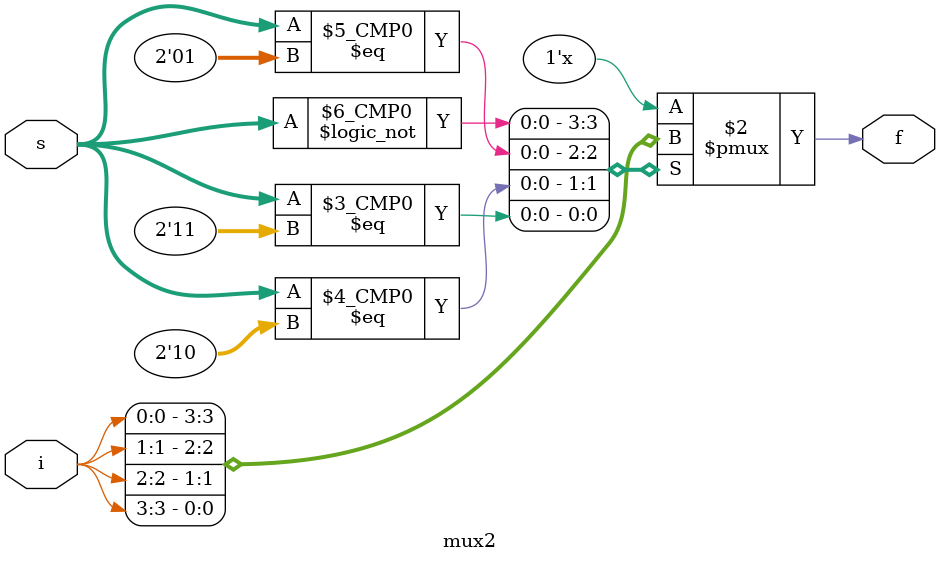
<source format=sv>
module mux2 (
    //declarando as 4 entradas 
    input logic [3:0] i,
    //declarando os 2 bits seletores 
    input logic [1:0] s,
    //declarando a saída 
    output logic f 
);
    always_comb begin
        case (s)
            2'b00 : f = i[0]; 
            2'b01 : f = i[1];
            2'b10 : f = i[2];
            2'b11 : f = i[3];
            //valor padrão caso a combinação de bits de seleção dê algo impossível
            default: f = 1'b0; // saída = 0 
        endcase 
    end
endmodule
</source>
